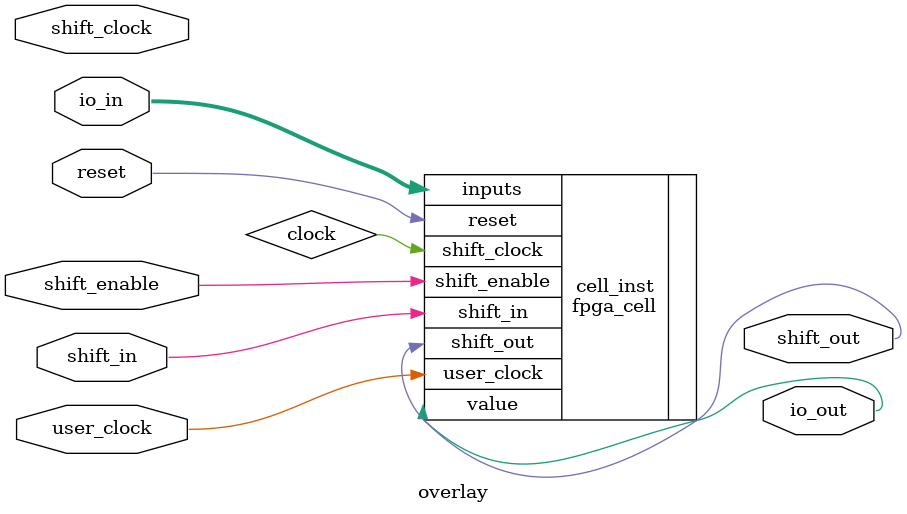
<source format=v>
module overlay (
	shift_clock,
	user_clock,
	reset,
	io_in,
	io_out,
	shift_in,
	shift_out,
	shift_enable
);

parameter LUT_INPUTS = 4;

input shift_clock;
input user_clock;
input reset;

input [LUT_INPUTS-1:0] io_in;
output io_out;

input shift_in;
input shift_enable;
output shift_out;

fpga_cell cell_inst (
	.shift_clock(clock),
	.user_clock(user_clock),
	.reset(reset),
	.inputs(io_in),
	.value(io_out),
	.shift_in(shift_in),
	.shift_out(shift_out),
	.shift_enable(shift_enable)
);


endmodule


</source>
